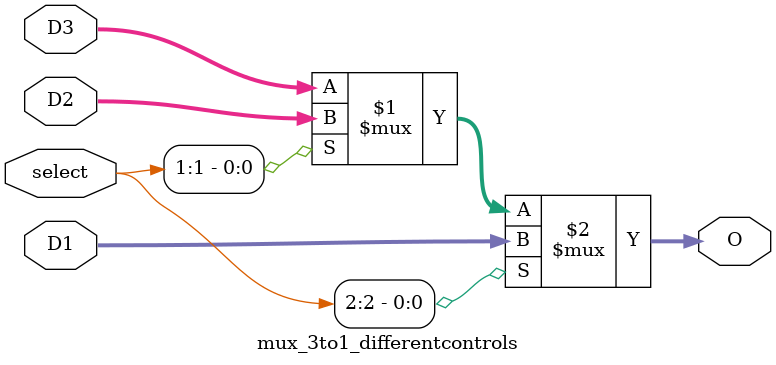
<source format=v>
module mux_3to1_differentcontrols #(parameter W=8)(D1,D2,D3,select,O);
input [(W-1):0] D1;
input [(W-1):0] D2;  
input [(W-1):0] D3;
input [2:0] select;
output [(W-1):0] O;
 
   // 00 -> a, 01 -> b, 10 -> c, 11 -> d
   assign O = select[2] ? (D1) : (select[1] ? D2 : D3); 
 
endmodule

</source>
